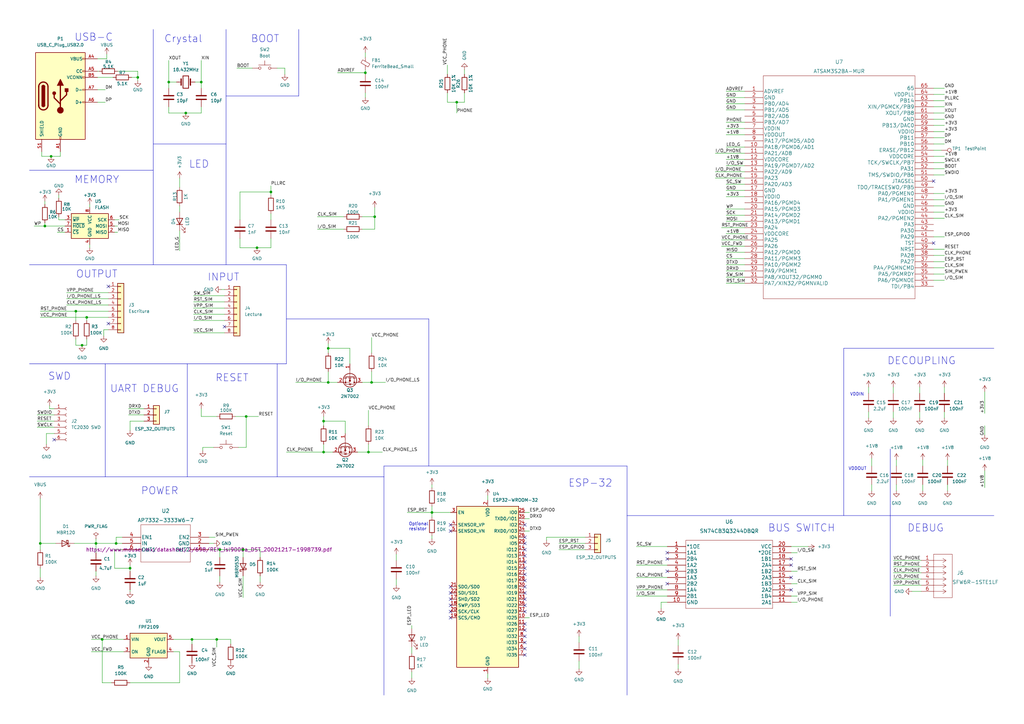
<source format=kicad_sch>
(kicad_sch (version 20230121) (generator eeschema)
  (paper "A3")
  (title_block (date "2022-11-28"))
  (junction (at 20.955 64.135))
  (junction (at 132.715 185.42))
  (junction (at 149.86 29.845))
  (junction (at 69.215 33.655))
  (junction (at 132.715 172.72))
  (junction (at 82.55 33.655))
  (junction (at 56.515 31.75))
  (junction (at 33.655 141.605))
  (junction (at 78.74 262.255))
  (junction (at 153.67 88.9))
  (junction (at 177.165 210.185))
  (junction (at 99.695 225.425))
  (junction (at 47.625 222.885))
  (junction (at 151.13 185.42))
  (junction (at 53.34 233.045))
  (junction (at 16.51 222.885))
  (junction (at 18.415 92.71))
  (junction (at 88.9 262.255))
  (junction (at 31.115 127.635))
  (junction (at 134.62 142.875))
  (junction (at 134.62 156.845))
  (junction (at 187.325 41.91))
  (junction (at 111.125 78.74))
  (junction (at 100.965 170.815))
  (junction (at 41.91 262.255))
  (junction (at 90.17 225.425))
  (junction (at 152.4 156.845))
  (junction (at 76.2 46.355))
  (junction (at 35.56 130.175))
  (junction (at 39.37 222.885))
  (junction (at 105.41 101.6))
  (no_connect (at 215.265 263.525))
  (no_connect (at 22.225 180.34))
  (no_connect (at 273.685 226.695))
  (no_connect (at 273.685 229.235))
  (no_connect (at 273.685 239.395))
  (no_connect (at 273.685 234.315))
  (no_connect (at 324.485 229.235))
  (no_connect (at 324.485 231.775))
  (no_connect (at 324.485 236.855))
  (no_connect (at 324.485 241.935))
  (no_connect (at 92.075 133.985))
  (no_connect (at 215.265 250.825))
  (no_connect (at 215.265 240.665))
  (no_connect (at 215.265 243.205))
  (no_connect (at 215.265 248.285))
  (no_connect (at 215.265 245.745))
  (no_connect (at 215.265 260.985))
  (no_connect (at 215.265 258.445))
  (no_connect (at 215.265 266.065))
  (no_connect (at 215.265 255.905))
  (no_connect (at 215.265 268.605))
  (no_connect (at 184.785 245.745))
  (no_connect (at 184.785 248.285))
  (no_connect (at 184.785 240.665))
  (no_connect (at 184.785 243.205))
  (no_connect (at 184.785 250.825))
  (no_connect (at 184.785 253.365))
  (no_connect (at 215.265 225.425))
  (no_connect (at 215.265 238.125))
  (no_connect (at 215.265 235.585))
  (no_connect (at 215.265 233.045))
  (no_connect (at 215.265 227.965))
  (no_connect (at 215.265 222.885))
  (no_connect (at 215.265 220.345))
  (no_connect (at 215.265 230.505))
  (no_connect (at 215.265 215.265))
  (no_connect (at 44.45 117.475))
  (no_connect (at 44.45 132.715))
  (no_connect (at 382.905 74.295))
  (no_connect (at 382.905 99.695))
  (no_connect (at 184.785 215.265))
  (no_connect (at 184.785 217.805))
  (wire (pts (xy 31.115 127.635) (xy 44.45 127.635)))
  (wire (pts (xy 387.35 64.135) (xy 382.905 64.135)))
  (wire (pts (xy 82.55 46.355) (xy 82.55 43.815)))
  (wire (pts (xy 35.56 141.605) (xy 35.56 139.065)))
  (wire (pts (xy 149.86 40.005) (xy 149.86 38.1)))
  (wire (pts (xy 387.35 84.455) (xy 382.905 84.455)))
  (wire (pts (xy 98.425 78.74) (xy 111.125 78.74)))
  (wire (pts (xy 387.35 36.195) (xy 382.905 36.195)))
  (wire (pts (xy 26.67 90.17) (xy 24.13 90.17)))
  (polyline (pts (xy 12.065 149.225) (xy 117.475 149.225)))
  (wire (pts (xy 177.165 198.755) (xy 177.165 200.025)))
  (wire (pts (xy 98.425 97.79) (xy 98.425 101.6)))
  (polyline (pts (xy 175.895 191.135) (xy 175.895 130.81)))
  (wire (pts (xy 153.67 88.9) (xy 153.67 85.09)))
  (wire (pts (xy 297.815 75.565) (xy 305.435 75.565)))
  (wire (pts (xy 387.35 168.91) (xy 387.35 171.45)))
  (wire (pts (xy 152.4 138.43) (xy 152.4 144.78)))
  (wire (pts (xy 387.35 69.215) (xy 382.905 69.215)))
  (wire (pts (xy 40.005 31.75) (xy 46.355 31.75)))
  (wire (pts (xy 117.475 185.42) (xy 132.715 185.42)))
  (wire (pts (xy 111.125 78.74) (xy 111.125 80.01)))
  (wire (pts (xy 80.01 33.655) (xy 82.55 33.655)))
  (wire (pts (xy 168.91 275.59) (xy 168.91 278.13)))
  (wire (pts (xy 39.37 222.885) (xy 39.37 226.695)))
  (wire (pts (xy 184.785 210.185) (xy 177.165 210.185)))
  (wire (pts (xy 293.37 62.865) (xy 305.435 62.865)))
  (wire (pts (xy 16.51 222.885) (xy 16.51 225.425)))
  (wire (pts (xy 148.59 88.9) (xy 153.67 88.9)))
  (wire (pts (xy 271.145 247.015) (xy 271.145 249.555)))
  (wire (pts (xy 23.495 95.25) (xy 26.67 95.25)))
  (wire (pts (xy 151.13 168.275) (xy 151.13 174.625)))
  (wire (pts (xy 143.51 149.225) (xy 143.51 142.875)))
  (wire (pts (xy 44.45 135.255) (xy 42.545 135.255)))
  (wire (pts (xy 200.025 276.225) (xy 200.025 278.13)))
  (wire (pts (xy 297.815 65.405) (xy 305.435 65.405)))
  (wire (pts (xy 187.325 41.91) (xy 187.325 46.355)))
  (wire (pts (xy 100.965 170.815) (xy 106.045 170.815)))
  (wire (pts (xy 36.83 83.82) (xy 36.83 85.09)))
  (wire (pts (xy 152.4 156.845) (xy 148.59 156.845)))
  (wire (pts (xy 183.515 38.1) (xy 183.515 41.91)))
  (wire (pts (xy 73.66 102.87) (xy 73.66 94.615)))
  (wire (pts (xy 69.215 33.655) (xy 69.215 24.765)))
  (wire (pts (xy 132.715 172.72) (xy 132.715 174.625)))
  (wire (pts (xy 31.115 139.065) (xy 31.115 141.605)))
  (polyline (pts (xy 365.125 252.73) (xy 365.125 184.15)))
  (wire (pts (xy 106.68 238.76) (xy 106.68 236.22)))
  (wire (pts (xy 293.37 70.485) (xy 305.435 70.485)))
  (wire (pts (xy 297.815 95.885) (xy 305.435 95.885)))
  (polyline (pts (xy 122.555 39.37) (xy 122.555 12.065)))
  (wire (pts (xy 217.17 217.805) (xy 215.265 217.805)))
  (wire (pts (xy 27.305 120.015) (xy 44.45 120.015)))
  (polyline (pts (xy 76.835 195.58) (xy 76.835 149.225)))
  (wire (pts (xy 73.66 76.835) (xy 73.66 73.025)))
  (wire (pts (xy 149.86 29.845) (xy 149.86 30.48)))
  (wire (pts (xy 224.155 220.345) (xy 224.155 221.615)))
  (polyline (pts (xy 113.665 195.58) (xy 113.665 149.225)))
  (wire (pts (xy 177.165 207.645) (xy 177.165 210.185)))
  (wire (pts (xy 295.91 93.345) (xy 305.435 93.345)))
  (wire (pts (xy 48.895 90.17) (xy 46.99 90.17)))
  (wire (pts (xy 97.155 27.94) (xy 103.505 27.94)))
  (wire (pts (xy 387.35 56.515) (xy 382.905 56.515)))
  (wire (pts (xy 111.125 97.79) (xy 111.125 101.6)))
  (wire (pts (xy 22.225 177.8) (xy 19.05 177.8)))
  (wire (pts (xy 30.48 222.885) (xy 39.37 222.885)))
  (wire (pts (xy 37.465 267.335) (xy 50.8 267.335)))
  (wire (pts (xy 41.91 262.255) (xy 50.8 262.255)))
  (wire (pts (xy 324.485 224.155) (xy 331.47 224.155)))
  (wire (pts (xy 82.55 33.655) (xy 82.55 36.195)))
  (wire (pts (xy 50.165 220.345) (xy 47.625 220.345)))
  (wire (pts (xy 16.51 130.175) (xy 35.56 130.175)))
  (wire (pts (xy 387.35 51.435) (xy 382.905 51.435)))
  (wire (pts (xy 366.395 168.91) (xy 366.395 171.45)))
  (wire (pts (xy 45.72 280.035) (xy 41.91 280.035)))
  (wire (pts (xy 73.66 86.995) (xy 73.66 84.455)))
  (wire (pts (xy 53.975 31.75) (xy 56.515 31.75)))
  (wire (pts (xy 27.305 125.095) (xy 44.45 125.095)))
  (wire (pts (xy 79.375 131.445) (xy 92.075 131.445)))
  (wire (pts (xy 357.505 198.755) (xy 357.505 201.295)))
  (wire (pts (xy 96.52 170.815) (xy 100.965 170.815)))
  (wire (pts (xy 88.265 220.345) (xy 85.725 220.345)))
  (polyline (pts (xy 157.48 285.115) (xy 157.48 195.58)))
  (wire (pts (xy 388.62 198.755) (xy 388.62 201.295)))
  (polyline (pts (xy 12.065 69.85) (xy 62.865 69.85)))
  (wire (pts (xy 297.815 116.205) (xy 305.435 116.205)))
  (wire (pts (xy 53.34 233.045) (xy 53.34 234.315)))
  (wire (pts (xy 79.375 126.365) (xy 92.075 126.365)))
  (wire (pts (xy 387.35 97.155) (xy 382.905 97.155)))
  (wire (pts (xy 17.145 62.23) (xy 17.145 64.135)))
  (wire (pts (xy 56.515 31.75) (xy 56.515 33.02)))
  (wire (pts (xy 69.215 36.195) (xy 69.215 33.655)))
  (wire (pts (xy 16.51 127.635) (xy 31.115 127.635)))
  (wire (pts (xy 387.35 158.75) (xy 387.35 161.29)))
  (wire (pts (xy 134.62 156.845) (xy 138.43 156.845)))
  (wire (pts (xy 73.66 280.035) (xy 73.66 267.335)))
  (wire (pts (xy 134.62 140.97) (xy 134.62 142.875)))
  (wire (pts (xy 43.815 22.225) (xy 43.815 24.13)))
  (wire (pts (xy 48.26 29.21) (xy 56.515 29.21)))
  (wire (pts (xy 24.13 80.01) (xy 24.13 81.28)))
  (wire (pts (xy 141.605 177.8) (xy 141.605 172.72)))
  (wire (pts (xy 19.05 177.8) (xy 19.05 182.245)))
  (wire (pts (xy 79.375 123.825) (xy 92.075 123.825)))
  (wire (pts (xy 82.55 24.765) (xy 82.55 33.655)))
  (wire (pts (xy 403.86 169.545) (xy 403.86 160.655)))
  (wire (pts (xy 403.86 174.625) (xy 403.86 178.435)))
  (wire (pts (xy 18.415 82.55) (xy 18.415 83.82)))
  (wire (pts (xy 27.305 122.555) (xy 44.45 122.555)))
  (wire (pts (xy 20.32 167.64) (xy 22.225 167.64)))
  (wire (pts (xy 69.215 43.815) (xy 69.215 46.355)))
  (wire (pts (xy 33.655 141.605) (xy 35.56 141.605)))
  (wire (pts (xy 53.34 231.775) (xy 53.34 233.045)))
  (wire (pts (xy 260.985 244.475) (xy 273.685 244.475)))
  (wire (pts (xy 229.235 222.885) (xy 240.03 222.885)))
  (wire (pts (xy 297.815 52.705) (xy 305.435 52.705)))
  (wire (pts (xy 183.515 26.67) (xy 183.515 30.48)))
  (polyline (pts (xy 62.865 108.585) (xy 62.865 12.065)))
  (polyline (pts (xy 117.475 130.81) (xy 175.895 130.81)))
  (wire (pts (xy 88.9 262.255) (xy 94.615 262.255)))
  (wire (pts (xy 387.35 46.355) (xy 382.905 46.355)))
  (wire (pts (xy 90.17 225.425) (xy 90.17 228.6)))
  (wire (pts (xy 141.605 172.72) (xy 132.715 172.72)))
  (wire (pts (xy 377.19 158.75) (xy 377.19 161.29)))
  (wire (pts (xy 297.815 85.725) (xy 305.435 85.725)))
  (wire (pts (xy 387.35 89.535) (xy 382.905 89.535)))
  (polyline (pts (xy 92.71 39.37) (xy 122.555 39.37)))
  (polyline (pts (xy 12.065 195.58) (xy 157.48 195.58)))
  (wire (pts (xy 98.425 90.17) (xy 98.425 78.74)))
  (wire (pts (xy 387.35 59.055) (xy 382.905 59.055)))
  (wire (pts (xy 273.685 247.015) (xy 271.145 247.015)))
  (wire (pts (xy 278.13 262.255) (xy 278.13 264.795)))
  (wire (pts (xy 39.37 222.885) (xy 39.37 220.98)))
  (wire (pts (xy 130.175 93.98) (xy 140.97 93.98)))
  (wire (pts (xy 134.62 152.4) (xy 134.62 156.845)))
  (wire (pts (xy 16.51 233.045) (xy 16.51 236.855)))
  (wire (pts (xy 327.025 244.475) (xy 324.485 244.475)))
  (wire (pts (xy 367.665 188.595) (xy 367.665 191.135)))
  (wire (pts (xy 24.765 62.23) (xy 24.765 64.135)))
  (wire (pts (xy 15.24 172.72) (xy 22.225 172.72)))
  (wire (pts (xy 46.99 225.425) (xy 46.99 233.045)))
  (wire (pts (xy 24.13 90.17) (xy 24.13 88.9)))
  (wire (pts (xy 56.515 29.21) (xy 56.515 31.75)))
  (wire (pts (xy 378.46 198.755) (xy 378.46 201.295)))
  (wire (pts (xy 297.815 78.105) (xy 305.435 78.105)))
  (wire (pts (xy 229.235 225.425) (xy 240.03 225.425)))
  (wire (pts (xy 297.815 106.045) (xy 305.435 106.045)))
  (wire (pts (xy 13.97 92.71) (xy 18.415 92.71)))
  (wire (pts (xy 111.125 101.6) (xy 105.41 101.6)))
  (wire (pts (xy 297.815 40.005) (xy 305.435 40.005)))
  (wire (pts (xy 132.715 182.245) (xy 132.715 185.42)))
  (wire (pts (xy 43.18 41.91) (xy 40.005 41.91)))
  (wire (pts (xy 162.56 237.49) (xy 162.56 240.03)))
  (wire (pts (xy 39.37 222.885) (xy 47.625 222.885)))
  (wire (pts (xy 217.17 212.725) (xy 215.265 212.725)))
  (wire (pts (xy 260.985 231.775) (xy 273.685 231.775)))
  (wire (pts (xy 88.9 170.815) (xy 82.55 170.815)))
  (wire (pts (xy 82.55 170.815) (xy 82.55 167.64)))
  (wire (pts (xy 356.235 158.75) (xy 356.235 161.29)))
  (wire (pts (xy 15.24 175.26) (xy 22.225 175.26)))
  (wire (pts (xy 387.35 41.275) (xy 382.905 41.275)))
  (wire (pts (xy 50.165 225.425) (xy 46.99 225.425)))
  (wire (pts (xy 79.375 136.525) (xy 92.075 136.525)))
  (polyline (pts (xy 346.075 142.875) (xy 407.67 142.875)))
  (wire (pts (xy 366.395 158.75) (xy 366.395 161.29)))
  (wire (pts (xy 99.695 225.425) (xy 99.695 228.6)))
  (wire (pts (xy 78.74 262.255) (xy 78.74 264.16)))
  (wire (pts (xy 79.375 121.285) (xy 92.075 121.285)))
  (polyline (pts (xy 157.48 191.135) (xy 257.175 191.135)))
  (wire (pts (xy 297.815 60.325) (xy 305.435 60.325)))
  (wire (pts (xy 387.35 48.895) (xy 382.905 48.895)))
  (wire (pts (xy 35.56 130.175) (xy 44.45 130.175)))
  (wire (pts (xy 387.35 107.315) (xy 382.905 107.315)))
  (wire (pts (xy 387.35 71.755) (xy 382.905 71.755)))
  (wire (pts (xy 278.13 272.415) (xy 278.13 274.32)))
  (wire (pts (xy 121.285 156.845) (xy 134.62 156.845)))
  (wire (pts (xy 367.665 198.755) (xy 367.665 201.295)))
  (wire (pts (xy 151.13 185.42) (xy 156.845 185.42)))
  (wire (pts (xy 295.91 98.425) (xy 305.435 98.425)))
  (wire (pts (xy 260.985 224.155) (xy 273.685 224.155)))
  (wire (pts (xy 146.685 185.42) (xy 151.13 185.42)))
  (wire (pts (xy 177.165 219.71) (xy 177.165 220.98)))
  (wire (pts (xy 111.125 76.2) (xy 111.125 78.74)))
  (wire (pts (xy 200.025 203.2) (xy 200.025 205.105)))
  (wire (pts (xy 217.17 253.365) (xy 215.265 253.365)))
  (wire (pts (xy 106.68 228.6) (xy 106.68 225.425)))
  (wire (pts (xy 297.815 88.265) (xy 305.435 88.265)))
  (polyline (pts (xy 257.175 285.115) (xy 257.175 191.135)))
  (wire (pts (xy 42.545 135.255) (xy 42.545 137.795)))
  (polyline (pts (xy 62.865 59.055) (xy 92.71 59.055)))
  (wire (pts (xy 366.395 237.49) (xy 377.825 237.49)))
  (wire (pts (xy 374.015 242.57) (xy 377.825 242.57)))
  (wire (pts (xy 356.235 168.91) (xy 356.235 171.45)))
  (wire (pts (xy 47.625 222.885) (xy 50.165 222.885)))
  (wire (pts (xy 31.115 127.635) (xy 31.115 131.445)))
  (wire (pts (xy 297.815 90.805) (xy 305.435 90.805)))
  (wire (pts (xy 387.35 53.975) (xy 382.905 53.975)))
  (wire (pts (xy 387.35 38.735) (xy 382.905 38.735)))
  (wire (pts (xy 377.19 168.91) (xy 377.19 171.45)))
  (wire (pts (xy 177.165 210.185) (xy 177.165 212.09)))
  (wire (pts (xy 24.765 64.135) (xy 20.955 64.135)))
  (wire (pts (xy 47.625 220.345) (xy 47.625 222.885)))
  (wire (pts (xy 297.815 50.165) (xy 305.435 50.165)))
  (wire (pts (xy 387.35 79.375) (xy 382.905 79.375)))
  (wire (pts (xy 99.695 245.11) (xy 99.695 236.22)))
  (polyline (pts (xy 346.075 211.455) (xy 346.075 142.875)))
  (polyline (pts (xy 43.18 195.58) (xy 43.18 149.225)))
  (wire (pts (xy 237.49 271.145) (xy 237.49 274.32)))
  (wire (pts (xy 151.13 182.245) (xy 151.13 185.42)))
  (wire (pts (xy 217.17 210.185) (xy 215.265 210.185)))
  (wire (pts (xy 158.115 156.845) (xy 152.4 156.845)))
  (wire (pts (xy 387.35 43.815) (xy 382.905 43.815)))
  (wire (pts (xy 327.025 226.695) (xy 324.485 226.695)))
  (wire (pts (xy 79.375 128.905) (xy 92.075 128.905)))
  (wire (pts (xy 52.705 167.64) (xy 59.055 167.64)))
  (wire (pts (xy 73.66 267.335) (xy 71.12 267.335)))
  (wire (pts (xy 387.35 86.995) (xy 382.905 86.995)))
  (polyline (pts (xy 12.065 108.585) (xy 117.475 108.585)))
  (wire (pts (xy 366.395 240.03) (xy 377.825 240.03)))
  (wire (pts (xy 116.84 27.94) (xy 116.84 30.48)))
  (wire (pts (xy 130.175 88.9) (xy 140.97 88.9)))
  (wire (pts (xy 17.145 64.135) (xy 20.955 64.135)))
  (wire (pts (xy 87.63 183.515) (xy 83.185 183.515)))
  (wire (pts (xy 366.395 229.87) (xy 377.825 229.87)))
  (wire (pts (xy 153.67 93.98) (xy 153.67 88.9)))
  (wire (pts (xy 260.985 241.935) (xy 273.685 241.935)))
  (wire (pts (xy 297.815 111.125) (xy 305.435 111.125)))
  (wire (pts (xy 132.715 185.42) (xy 136.525 185.42)))
  (wire (pts (xy 297.815 55.245) (xy 305.435 55.245)))
  (wire (pts (xy 85.725 222.885) (xy 87.63 222.885)))
  (wire (pts (xy 36.83 101.6) (xy 36.83 100.33)))
  (wire (pts (xy 111.125 87.63) (xy 111.125 90.17)))
  (wire (pts (xy 327.025 239.395) (xy 324.485 239.395)))
  (wire (pts (xy 69.215 33.655) (xy 72.39 33.655)))
  (wire (pts (xy 297.815 67.945) (xy 305.435 67.945)))
  (wire (pts (xy 48.26 92.71) (xy 46.99 92.71)))
  (wire (pts (xy 76.2 46.355) (xy 82.55 46.355)))
  (wire (pts (xy 366.395 232.41) (xy 377.825 232.41)))
  (wire (pts (xy 98.425 101.6) (xy 105.41 101.6)))
  (wire (pts (xy 37.465 262.255) (xy 41.91 262.255)))
  (wire (pts (xy 152.4 152.4) (xy 152.4 156.845)))
  (wire (pts (xy 149.86 28.575) (xy 149.86 29.845)))
  (wire (pts (xy 327.025 247.015) (xy 324.485 247.015)))
  (wire (pts (xy 148.59 93.98) (xy 153.67 93.98)))
  (wire (pts (xy 387.35 104.775) (xy 382.905 104.775)))
  (wire (pts (xy 162.56 227.33) (xy 162.56 229.87)))
  (polyline (pts (xy 117.475 149.225) (xy 117.475 108.585)))
  (wire (pts (xy 387.35 109.855) (xy 382.905 109.855)))
  (wire (pts (xy 52.705 170.18) (xy 59.055 170.18)))
  (wire (pts (xy 78.74 262.255) (xy 88.9 262.255)))
  (wire (pts (xy 18.415 92.71) (xy 26.67 92.71)))
  (wire (pts (xy 99.695 225.425) (xy 90.17 225.425)))
  (polyline (pts (xy 157.48 195.58) (xy 157.48 191.135)))
  (wire (pts (xy 39.37 236.22) (xy 39.37 234.315)))
  (wire (pts (xy 138.43 29.845) (xy 149.86 29.845)))
  (polyline (pts (xy 92.71 108.585) (xy 92.71 12.065)))
  (wire (pts (xy 297.815 45.085) (xy 305.435 45.085)))
  (wire (pts (xy 18.415 91.44) (xy 18.415 92.71)))
  (polyline (pts (xy 257.175 211.455) (xy 407.67 211.455)))
  (wire (pts (xy 387.35 114.935) (xy 382.905 114.935)))
  (wire (pts (xy 100.965 183.515) (xy 100.965 170.815)))
  (wire (pts (xy 297.815 113.665) (xy 305.435 113.665)))
  (wire (pts (xy 16.51 204.47) (xy 16.51 222.885)))
  (wire (pts (xy 190.5 30.48) (xy 190.5 28.575)))
  (wire (pts (xy 88.9 262.255) (xy 88.9 265.43)))
  (wire (pts (xy 20.32 166.37) (xy 20.32 167.64)))
  (wire (pts (xy 295.91 100.965) (xy 305.435 100.965)))
  (wire (pts (xy 59.055 172.72) (xy 53.34 172.72)))
  (wire (pts (xy 143.51 142.875) (xy 134.62 142.875)))
  (wire (pts (xy 386.08 61.595) (xy 382.905 61.595)))
  (wire (pts (xy 90.805 118.745) (xy 92.075 118.745)))
  (wire (pts (xy 83.185 183.515) (xy 83.185 184.785)))
  (wire (pts (xy 297.815 103.505) (xy 305.435 103.505)))
  (wire (pts (xy 240.03 220.345) (xy 224.155 220.345)))
  (wire (pts (xy 48.26 95.25) (xy 46.99 95.25)))
  (wire (pts (xy 388.62 188.595) (xy 388.62 191.135)))
  (wire (pts (xy 327.025 234.315) (xy 324.485 234.315)))
  (wire (pts (xy 297.815 42.545) (xy 305.435 42.545)))
  (wire (pts (xy 378.46 188.595) (xy 378.46 191.135)))
  (wire (pts (xy 387.35 102.235) (xy 382.905 102.235)))
  (wire (pts (xy 403.86 200.025) (xy 403.86 193.04)))
  (wire (pts (xy 167.005 210.185) (xy 177.165 210.185)))
  (wire (pts (xy 106.68 225.425) (xy 99.695 225.425)))
  (wire (pts (xy 35.56 130.175) (xy 35.56 131.445)))
  (wire (pts (xy 97.79 183.515) (xy 100.965 183.515)))
  (wire (pts (xy 297.815 37.465) (xy 305.435 37.465)))
  (wire (pts (xy 357.505 187.96) (xy 357.505 191.135)))
  (wire (pts (xy 31.115 141.605) (xy 33.655 141.605)))
  (wire (pts (xy 113.665 27.94) (xy 116.84 27.94)))
  (wire (pts (xy 71.12 262.255) (xy 78.74 262.255)))
  (wire (pts (xy 387.35 81.915) (xy 382.905 81.915)))
  (wire (pts (xy 190.5 41.91) (xy 190.5 38.1)))
  (wire (pts (xy 40.005 29.21) (xy 40.64 29.21)))
  (wire (pts (xy 15.24 170.18) (xy 22.225 170.18)))
  (wire (pts (xy 297.815 108.585) (xy 305.435 108.585)))
  (wire (pts (xy 183.515 41.91) (xy 187.325 41.91)))
  (wire (pts (xy 16.51 222.885) (xy 22.86 222.885)))
  (wire (pts (xy 53.34 172.72) (xy 53.34 176.53)))
  (wire (pts (xy 387.35 112.395) (xy 382.905 112.395)))
  (wire (pts (xy 90.17 238.76) (xy 90.17 236.22)))
  (wire (pts (xy 187.325 41.91) (xy 190.5 41.91)))
  (wire (pts (xy 168.91 256.54) (xy 168.91 257.81)))
  (wire (pts (xy 43.18 36.83) (xy 40.005 36.83)))
  (wire (pts (xy 134.62 142.875) (xy 134.62 144.78)))
  (wire (pts (xy 53.34 280.035) (xy 73.66 280.035)))
  (wire (pts (xy 41.91 280.035) (xy 41.91 262.255)))
  (wire (pts (xy 132.715 170.815) (xy 132.715 172.72)))
  (wire (pts (xy 297.815 80.645) (xy 305.435 80.645)))
  (wire (pts (xy 94.615 262.255) (xy 94.615 264.16)))
  (wire (pts (xy 366.395 234.95) (xy 377.825 234.95)))
  (wire (pts (xy 237.49 260.985) (xy 237.49 263.525)))
  (wire (pts (xy 260.985 236.855) (xy 273.685 236.855)))
  (wire (pts (xy 149.86 21.59) (xy 149.86 23.495)))
  (wire (pts (xy 85.725 225.425) (xy 90.17 225.425)))
  (wire (pts (xy 69.215 46.355) (xy 76.2 46.355)))
  (wire (pts (xy 293.37 73.025) (xy 305.435 73.025)))
  (wire (pts (xy 53.34 241.935) (xy 53.34 242.57)))
  (wire (pts (xy 168.91 265.43) (xy 168.91 267.97)))
  (wire (pts (xy 43.815 24.13) (xy 40.005 24.13)))
  (wire (pts (xy 46.99 233.045) (xy 53.34 233.045)))
  (wire (pts (xy 382.905 66.675) (xy 387.35 66.675)))
  (text "OUTPUT\n" (at 31.115 114.3 0) (effects (font (size 3 3)) (justify left bottom)))
  (text "VDDIN" (at 348.615 162.56 0) (effects (font (size 1.27 1.27)) (justify left bottom)))
  (text "DEBUG\n" (at 372.11 218.44 0) (effects (font (size 3 3)) (justify left bottom)))
  (text "VDDOUT\n" (at 347.98 193.04 0) (effects (font (size 1.27 1.27)) (justify left bottom)))
  (text "ESP-32" (at 233.045 200.025 0) (effects (font (size 3 3)) (justify left bottom)))
  (text "MEMORY\n" (at 30.48 75.565 0) (effects (font (size 3 3)) (justify left bottom)))
  (text "POWER\n" (at 57.785 203.2 0) (effects (font (size 3 3)) (justify left bottom)))
  (text "DECOUPLING\n" (at 363.855 149.86 0) (effects (font (size 3 3)) (justify left bottom)))
  (text "BUS SWITCH" (at 314.96 218.44 0) (effects (font (size 3 3)) (justify left bottom)))
  (text "UART DEBUG\n" (at 45.085 161.29 0) (effects (font (size 3 3)) (justify left bottom)))
  (text "INPUT\n" (at 85.09 115.57 0) (effects (font (size 3 3)) (justify left bottom)))
  (text "USB-C\n" (at 30.48 17.145 0) (effects (font (size 3 3)) (justify left bottom)))
  (text "Crystal" (at 67.31 17.78 0) (effects (font (size 3 3)) (justify left bottom)))
  (text "RESET" (at 88.265 156.845 0) (effects (font (size 3 3)) (justify left bottom)))
  (text "BOOT\n" (at 102.87 17.78 0) (effects (font (size 3 3)) (justify left bottom)))
  (text "SWD\n" (at 19.685 156.21 0) (effects (font (size 3 3)) (justify left bottom)))
  (text "LED\n" (at 77.47 69.215 0) (effects (font (size 3 3)) (justify left bottom)))
  (text "Optional\nresistor\n" (at 167.64 217.805 0) (effects (font (size 1.27 1.27)) (justify left bottom)))
  (label "I{slash}O_SIM" (at 260.985 244.475 0))
  (label "+1V8" (at 403.86 200.025 90))
  (label "VPP_PHONE" (at 27.305 120.015 0))
  (label "SW_SIM" (at 79.375 121.285 0))
  (label "PLLRC" (at 387.35 41.275 0))
  (label "I{slash}O_SIM" (at 387.35 81.915 0))
  (label "LED_G" (at 73.66 102.87 90))
  (label "MISO" (at 297.815 103.505 0))
  (label "SWCLK" (at 387.35 66.675 0))
  (label "DP" (at 43.18 41.91 0))
  (label "I{slash}O_PHONE" (at 327.025 247.015 0))
  (label "VPP_SIM" (at 327.025 244.475 0))
  (label "MOSI" (at 48.26 92.71 0))
  (label "ESP_GPIO0" (at 217.17 210.185 0))
  (label "ESP_LED" (at 217.17 253.365 0))
  (label "VCC_PHONE" (at 16.51 130.175 0))
  (label "VCC_SIM" (at 79.375 136.525 0))
  (label "SWDIO" (at 387.35 71.755 0))
  (label "PHONE" (at 297.815 50.165 0))
  (label "DTXD" (at 217.17 217.805 0))
  (label "XIN" (at 387.35 43.815 0))
  (label "RST_SIM" (at 297.815 116.205 0))
  (label "I{slash}O_SIM" (at 130.175 93.98 0))
  (label "RESET" (at 387.35 102.235 0))
  (label "XOUT" (at 69.215 24.765 0))
  (label "SC_SW" (at 297.815 75.565 0))
  (label "PHONE" (at 187.325 46.355 0))
  (label "VPP_SIM" (at 79.375 126.365 0))
  (label "ESP_GPIO0" (at 229.235 225.425 0))
  (label "VCC_PHONE" (at 152.4 138.43 0))
  (label "+3V3" (at 297.815 80.645 0))
  (label "+1V8" (at 297.815 65.405 0))
  (label "VCC_FWD" (at 295.91 100.965 0))
  (label "I{slash}O_PHONE_LS" (at 27.305 122.555 0))
  (label "CLK_PHONE" (at 293.37 73.025 0))
  (label "SCK" (at 48.895 90.17 0))
  (label "BOOT" (at 97.155 27.94 0))
  (label "SW_SIM" (at 297.815 113.665 0))
  (label "WP" (at 13.97 92.71 0))
  (label "+3V3" (at 387.35 51.435 0))
  (label "BOOT" (at 387.35 69.215 0))
  (label "GND" (at 297.815 40.005 0))
  (label "+3V3" (at 387.35 86.995 0))
  (label "CS" (at 297.815 106.045 0))
  (label "VCC_SIM" (at 99.695 245.11 90))
  (label "I{slash}O_PHONE" (at 121.285 156.845 0))
  (label "MISO" (at 48.26 95.25 0))
  (label "VCC_PHONE" (at 295.91 98.425 0))
  (label "+3V3" (at 387.35 53.975 0))
  (label "RST_PHONE" (at 260.985 231.775 0))
  (label "VCC_FWD" (at 37.465 267.335 0))
  (label "LED_G" (at 297.815 60.325 0))
  (label "VCC_PHONE" (at 151.13 168.275 0))
  (label "ADVREF" (at 297.815 37.465 0))
  (label "RESET" (at 106.045 170.815 0))
  (label "I{slash}O_PHONE" (at 293.37 70.485 0))
  (label "VPP_PHONE" (at 366.395 240.03 0))
  (label "ADVREF" (at 138.43 29.845 0))
  (label "GND" (at 297.815 45.085 0))
  (label "DTXD" (at 52.705 170.18 0))
  (label "CLK_SIM" (at 387.35 89.535 0))
  (label "DTXD" (at 297.815 108.585 0))
  (label "DM" (at 43.18 36.83 0))
  (label "ESP_GPIO0" (at 387.35 97.155 0))
  (label "MOSI" (at 297.815 90.805 0))
  (label "GND" (at 387.35 84.455 0))
  (label "ESP_RST" (at 229.235 222.885 0))
  (label "RST_PHONE" (at 16.51 127.635 0))
  (label "GND" (at 297.815 78.105 0))
  (label "CLK_PHONE_LS" (at 156.845 185.42 0))
  (label "I{slash}O_SW" (at 297.815 67.945 0))
  (label "XIN" (at 82.55 24.765 0))
  (label "WP" (at 297.815 85.725 0))
  (label "VCC_PHONE" (at 37.465 262.255 0))
  (label "PLLRC" (at 111.125 76.2 0))
  (label "DP" (at 387.35 56.515 0))
  (label "CLK_SIM" (at 79.375 128.905 0))
  (label "GND" (at 387.35 36.195 0))
  (label "CLK_PHONE" (at 387.35 104.775 0))
  (label "+3V3" (at 387.35 79.375 0))
  (label "SC_SW" (at 260.985 224.155 0))
  (label "DRXD" (at 297.815 111.125 0))
  (label "CLK_PHONE_LS" (at 27.305 125.095 0))
  (label "GND" (at 387.35 48.895 0))
  (label "CLK_SIM" (at 130.175 88.9 0))
  (label "I{slash}O_SIM" (at 387.35 114.935 0))
  (label "I{slash}O_PHONE" (at 366.395 237.49 0))
  (label "+1V8" (at 387.35 64.135 0))
  (label "I{slash}O_PHONE_LS" (at 158.115 156.845 0))
  (label "CLK_PHONE" (at 260.985 236.855 0))
  (label "SWDIO" (at 15.24 170.18 0))
  (label "SIM_PWEN" (at 88.265 220.345 0))
  (label "CLK_SIM" (at 387.35 109.855 0))
  (label "VCC_PHONE" (at 183.515 26.67 90))
  (label "DRXD" (at 52.705 167.64 0))
  (label "+3V3" (at 403.86 169.545 90))
  (label "XOUT" (at 387.35 46.355 0))
  (label "I{slash}O_SW" (at 327.025 226.695 0))
  (label "+3V3" (at 297.815 52.705 0))
  (label "SIM_PWEN" (at 387.35 112.395 0))
  (label "RST_PHONE" (at 295.91 93.345 0))
  (label "ESP_RST" (at 167.005 210.185 0))
  (label "RST_SIM" (at 79.375 123.825 0))
  (label "VCC_PHONE" (at 366.395 229.87 0))
  (label "CLK_PHONE" (at 117.475 185.42 0))
  (label "CS" (at 23.495 95.25 0))
  (label "SWCLK" (at 15.24 175.26 0))
  (label "RESET" (at 15.24 172.72 0))
  (label "VPP_PHONE" (at 260.985 241.935 0))
  (label "I{slash}O_SIM" (at 79.375 131.445 0))
  (label "+1V8" (at 297.815 55.245 0))
  (label "GND" (at 297.815 42.545 0))
  (label "I{slash}O_PHONE" (at 293.37 62.865 0))
  (label "+1V8" (at 297.815 95.885 0))
  (label "ESP_RST" (at 387.35 107.315 0))
  (label "ESP_LED" (at 168.91 256.54 90))
  (label "GND" (at 403.86 174.625 270))
  (label "CLK_PHONE" (at 366.395 234.95 0))
  (label "CLK_SIM" (at 327.025 239.395 0))
  (label "RST_PHONE" (at 366.395 232.41 0))
  (label "RST_SIM" (at 327.025 234.315 0))
  (label "+1V8" (at 387.35 38.735 0))
  (label "SCK" (at 297.815 88.265 0))
  (label "DRXD" (at 217.17 212.725 0))
  (label "DM" (at 387.35 59.055 0))
  (label "VCC_SIM" (at 88.9 265.43 270))
  (symbol (lib_id "Power_Management:FPF2000") (at 60.96 264.795 0) (unit 1)
    (property "Reference" "U1" (at 60.96 254.635 0))
    (property "Value" "FPF2109" (at 60.96 257.175 0))
    (property "Datasheet" "https://www.mouser.mx/datasheet/2/348/bd2202g-e-1874213.pdf" (effects hide))
    (property "Manf#" "BD2206G-TR" (effects hide))
    (property "Proveedor" "MOUSER" (effects hide))
  )
  (symbol (lib_id "power:+3.3V") (at 237.49 260.985 0) (unit 1)
    (property "Reference" "#PWR042" (effects hide))
    (property "Value" "+3.3V" (at 237.49 255.905 0))
  )
  (symbol (lib_id "Diode:MBR0530") (at 26.67 222.885 180) (unit 1)
    (property "Reference" "D1" (at 26.9875 215.9 0))
    (property "Value" "MBR120" (at 26.9875 218.44 0))
    (property "Datasheet" "https://www.mouser.mx/datasheet/2/308/MBR120VLSFT1_D-1810842.pdf" (effects hide))
    (property "Manf#" "NRVB120VLSFT1G" (effects hide))
    (property "Proveedor" "MOUSER" (effects hide))
  )
  (symbol (lib_id "Device:R") (at 183.515 34.29 180) (unit 1)
    (property "Reference" "R25" (at 180.975 34.29 90))
    (property "Value" "10K 1%" (at 186.055 34.29 90))
    (property "Footprint" "Resistor_SMD:R_0603_1608Metric" (effects hide))
    (property "Datasheet" "https://www.mouser.mx/datasheet/2/427/crcwce3-1762584.pdf" (effects hide))
    (property "Manf#" "CRCW060310K0FKEAC" (effects hide))
    (property "Proveedor" "MOUSER" (effects hide))
  )
  (symbol (lib_id "Device:R") (at 16.51 229.235 0) (unit 1)
    (property "Reference" "R1" (at 18.415 227.9649 0) (effects (justify left)))
    (property "Value" "100K" (at 18.415 230.5049 0) (effects (justify left)))
    (property "Footprint" "Resistor_SMD:R_0603_1608Metric" (effects hide))
    (property "Datasheet" "https://www.mouser.mx/datasheet/2/427/crcwce3-1762584.pdf" (effects hide))
    (property "Manf#" "CRCW0603100KFKEAC" (effects hide))
    (property "Proveedor" "MOUSER" (effects hide))
  )
  (symbol (lib_id "Device:C") (at 149.86 34.29 0) (unit 1)
    (property "Reference" "C14" (at 153.67 33.0199 0) (effects (justify left)))
    (property "Value" "100nF" (at 153.67 35.5599 0) (effects (justify left)))
    (property "Footprint" "Capacitor_SMD:C_0603_1608Metric" (effects hide))
    (property "Datasheet" "https://www.mouser.mx/datasheet/2/40/X7RDielectric-777024.pdf" (effects hide))
    (property "Manf#" "06033C104KAT4A" (effects hide))
    (property "Proveedor" "MOUSER" (effects hide))
  )
  (symbol (lib_id "power:GND") (at 278.13 274.32 0) (unit 1)
    (property "Reference" "#PWR046" (effects hide))
    (property "Value" "GND" (at 278.13 279.4 0))
  )
  (symbol (lib_id "Device:R") (at 94.615 267.97 0) (unit 1)
    (property "Reference" "R12" (at 96.52 266.6999 0) (effects (justify left)))
    (property "Value" "100K" (at 96.52 269.2399 0) (effects (justify left)))
    (property "Footprint" "Resistor_SMD:R_0603_1608Metric" (effects hide))
    (property "Datasheet" "https://www.mouser.mx/datasheet/2/427/crcwce3-1762584.pdf" (effects hide))
    (property "Manf#" "CRCW0603100KFKEAC" (effects hide))
    (property "Proveedor" "MOUSER" (effects hide))
  )
  (symbol (lib_id "power:GND") (at 94.615 271.78 0) (unit 1)
    (property "Reference" "#PWR023" (effects hide))
    (property "Value" "GND" (at 94.615 276.225 0))
  )
  (symbol (lib_id "Device:R") (at 144.78 88.9 90) (unit 1)
    (property "Reference" "R20" (at 144.78 84.455 90))
    (property "Value" "100K" (at 144.78 86.995 90))
    (property "Footprint" "Resistor_SMD:R_0603_1608Metric" (effects hide))
    (property "Datasheet" "https://www.mouser.mx/datasheet/2/427/crcwce3-1762584.pdf" (effects hide))
    (property "Manf#" "CRCW0603100KFKEAC" (effects hide))
    (property "Proveedor" "MOUSER" (effects hide))
  )
  (symbol (lib_id "power:+3.3V") (at 20.32 166.37 0) (unit 1)
    (property "Reference" "#PWR07" (effects hide))
    (property "Value" "+3.3V" (at 20.32 160.655 0))
  )
  (symbol (lib_id "AP7332-3333W6-7:AP7332-3333W6-7") (at 111.125 225.425 180) (unit 1)
    (property "Reference" "U2" (at 67.945 209.55 0) (effects (font (size 1.524 1.524))))
    (property "Value" "AP7332-3333W6-7" (at 67.945 213.36 0) (effects (font (size 1.524 1.524))))
    (property "Datasheet" "https://www.mouser.mx/datasheet/2/698/REN_isl9000a_DST_20021217-1998739.pdf" (at 85.725 225.425 0) (effects (font (size 1.524 1.524))))
    (property "Manf#" "ISL9000AIRNNZ" (effects hide))
    (property "Proveedor" "MOUSER" (effects hide))
  )
  (symbol (lib_id "power:+3.3V") (at 356.235 158.75 0) (unit 1)
    (property "Reference" "#PWR049" (effects hide))
    (property "Value" "+3.3V" (at 356.235 153.67 0))
  )
  (symbol (lib_id "Device:R") (at 50.165 31.75 90) (unit 1)
    (property "Reference" "R7" (at 50.165 29.845 90))
    (property "Value" "5.1K" (at 50.165 34.29 90))
    (property "Footprint" "Resistor_SMD:R_0603_1608Metric" (effects hide))
    (property "Datasheet" "https://www.mouser.mx/datasheet/2/427/crcwce3-1762584.pdf" (effects hide))
    (property "Manf#" "CRCW06035K10FKEAC" (effects hide))
    (property "Proveedor" "MOUSER" (effects hide))
  )
  (symbol (lib_id "power:GND") (at 366.395 171.45 0) (unit 1)
    (property "Reference" "#PWR058" (effects hide))
    (property "Value" "GND" (at 366.395 176.53 0))
  )
  (symbol (lib_id "power:+3.3V") (at 132.715 170.815 0) (unit 1)
    (property "Reference" "#PWR068" (effects hide))
    (property "Value" "+3.3V" (at 132.715 167.005 0))
  )
  (symbol (lib_id "Device:C") (at 237.49 267.335 0) (unit 1)
    (property "Reference" "C11" (at 241.3 266.0649 0) (effects (justify left)))
    (property "Value" "100nF" (at 241.3 268.6049 0) (effects (justify left)))
    (property "Footprint" "Capacitor_SMD:C_0603_1608Metric" (effects hide))
    (property "Datasheet" "https://www.mouser.mx/datasheet/2/40/X7RDielectric-777024.pdf" (effects hide))
    (property "Manf#" "06033C104KAT4A" (effects hide))
    (property "Proveedor" "MOUSER" (effects hide))
  )
  (symbol (lib_id "Device:C") (at 278.13 268.605 0) (unit 1)
    (property "Reference" "C12" (at 281.94 267.3349 0) (effects (justify left)))
    (property "Value" "100nF" (at 281.94 269.8749 0) (effects (justify left)))
    (property "Footprint" "Capacitor_SMD:C_0603_1608Metric" (effects hide))
    (property "Datasheet" "https://www.mouser.mx/datasheet/2/40/X7RDielectric-777024.pdf" (effects hide))
    (property "Manf#" "06033C104KAT4A" (effects hide))
    (property "Proveedor" "MOUSER" (effects hide))
  )
  (symbol (lib_id "Device:R") (at 24.13 85.09 0) (unit 1)
    (property "Reference" "R8" (at 26.035 83.82 0) (effects (justify left)))
    (property "Value" "10K" (at 25.4 85.725 0) (effects (justify left)))
    (property "Footprint" "Resistor_SMD:R_0603_1608Metric" (effects hide))
    (property "Datasheet" "https://www.mouser.mx/datasheet/2/427/crcwce3-1762584.pdf" (effects hide))
    (property "Manf#" "CRCW060310K0FKEAC" (effects hide))
    (property "Proveedor" "MOUSER" (effects hide))
  )
  (symbol (lib_id "Device:C") (at 162.56 233.68 0) (unit 1)
    (property "Reference" "C10" (at 166.37 232.4099 0) (effects (justify left)))
    (property "Value" "100nF" (at 166.37 234.9499 0) (effects (justify left)))
    (property "Footprint" "Capacitor_SMD:C_0603_1608Metric" (effects hide))
    (property "Datasheet" "https://www.mouser.mx/datasheet/2/40/X7RDielectric-777024.pdf" (effects hide))
    (property "Manf#" "06033C104KAT4A" (effects hide))
    (property "Proveedor" "MOUSER" (effects hide))
  )
  (symbol (lib_id "Device:C") (at 377.19 165.1 0) (unit 1)
    (property "Reference" "C19" (at 381 165.1 0) (effects (justify left)))
    (property "Value" "100nF" (at 379.095 167.64 0) (effects (justify left)))
    (property "Footprint" "Capacitor_SMD:C_0603_1608Metric" (effects hide))
    (property "Datasheet" "https://www.mouser.mx/datasheet/2/40/X7RDielectric-777024.pdf" (effects hide))
    (property "Manf#" "06033C104KAT4A" (effects hide))
    (property "Proveedor" "MOUSER" (effects hide))
  )
  (symbol (lib_id "power:GND") (at 378.46 201.295 0) (unit 1)
    (property "Reference" "#PWR065" (effects hide))
    (property "Value" "GND" (at 378.46 206.375 0))
  )
  (symbol (lib_id "Transistor_FET:2N7002") (at 143.51 154.305 270) (unit 1)
    (property "Reference" "Q3" (at 143.51 160.02 90))
    (property "Value" "2N7002" (at 143.51 162.56 90))
    (property "Footprint" "Package_TO_SOT_SMD:SOT-23" (effects hide))
    (property "Datasheet" "https://www.onsemi.com/pub/Collateral/NDS7002A-D.PDF" (effects hide))
    (property "Manf#" "2N7002NXAKR" (effects hide))
    (property "Proveedor" "MOUSER" (effects hide))
  )
  (symbol (lib_id "Connector_Generic:Conn_01x03") (at 245.11 222.885 0) (unit 1)
    (property "Reference" "J5" (at 248.285 221.6149 0) (effects (justify left)))
    (property "Value" "ESP_32_OUTPUTS" (at 236.22 228.6 0) (effects (justify left)))
  )
  (symbol (lib_id "power:GND") (at 105.41 101.6 0) (unit 1)
    (property "Reference" "#PWR059" (effects hide))
    (property "Value" "GND" (at 105.41 106.045 0))
  )
  (symbol (lib_id "power:+3.3V") (at 36.83 83.82 0) (unit 1)
    (property "Reference" "#PWR024" (effects hide))
    (property "Value" "+3.3V" (at 36.83 80.01 0))
  )
  (symbol (lib_id "power:+3.3V") (at 149.86 21.59 0) (unit 1)
    (property "Reference" "#PWR072" (effects hide))
    (property "Value" "+3.3V" (at 149.86 15.875 0))
  )
  (symbol (lib_id "Switch:SW_Push") (at 108.585 27.94 0) (unit 1)
    (property "Reference" "SW2" (at 108.585 20.32 0))
    (property "Value" "Boot" (at 108.585 22.86 0))
    (property "Manf#" "TL3342F450QG" (effects hide))
    (property "Proveedor" "LCSC" (effects hide))
  )
  (symbol (lib_id "Device:C") (at 378.46 194.945 0) (unit 1)
    (property "Reference" "C20" (at 382.27 194.945 0) (effects (justify left)))
    (property "Value" "100nF" (at 380.365 197.485 0) (effects (justify left)))
    (property "Footprint" "Capacitor_SMD:C_0603_1608Metric" (effects hide))
    (property "Datasheet" "https://www.mouser.mx/datasheet/2/40/X7RDielectric-777024.pdf" (effects hide))
    (property "Manf#" "06033C104KAT4A" (effects hide))
    (property "Proveedor" "MOUSER" (effects hide))
  )
  (symbol (lib_id "power:+3.3V") (at 73.66 73.025 0) (unit 1)
    (property "Reference" "#PWR022" (effects hide))
    (property "Value" "+3.3V" (at 73.6599 69.215 90) (effects (justify left)))
  )
  (symbol (lib_id "power:GND") (at 36.83 101.6 0) (unit 1)
    (property "Reference" "#PWR041" (effects hide))
    (property "Value" "GND" (at 36.83 106.045 0))
  )
  (symbol (lib_id "Diode:MBR0530") (at 99.695 232.41 90) (unit 1)
    (property "Reference" "D5" (at 102.235 231.4574 90) (effects (justify right)))
    (property "Value" "MBR0530" (at 97.155 227.965 0) (effects (justify right)))
    (property "Datasheet" "https://www.mouser.mx/datasheet/2/308/MBR120VLSFT1_D-1810842.pdf" (effects hide))
    (property "Manf#" "NRVB120VLSFT1G" (effects hide))
    (property "Proveedor" "MOUSER" (effects hide))
  )
  (symbol (lib_id "Connector_Generic:Conn_01x08") (at 49.53 125.095 0) (unit 1)
    (property "Reference" "J3" (at 52.705 125.0949 0) (effects (justify left)))
    (property "Value" "Escritura" (at 52.705 127.6349 0) (effects (justify left)))
    (property "Datasheet" "https://www.mouser.mx/datasheet/2/276/2/0522710869_FFC_FPC_CONNECTORS-2825032.pdf" (effects hide))
    (property "Manf#" "52271-0869" (effects hide))
    (property "Proveedor" "MOUSER" (effects hide))
  )
  (symbol (lib_id "power:GND") (at 149.86 40.005 0) (unit 1)
    (property "Reference" "#PWR073" (effects hide))
    (property "Value" "GND" (at 149.86 44.45 0))
  )
  (symbol (lib_id "power:GND") (at 60.96 272.415 0) (unit 1)
    (property "Reference" "#PWR015" (effects hide))
    (property "Value" "GND" (at 60.96 277.495 0))
  )
  (symbol (lib_id "power:GND") (at 106.68 238.76 0) (unit 1)
    (property "Reference" "#PWR025" (effects hide))
    (property "Value" "GND" (at 106.68 243.84 0))
  )
  (symbol (lib_id "power:+3.3V") (at 18.415 82.55 0) (unit 1)
    (property "Reference" "#PWR014" (effects hide))
    (property "Value" "+3.3V" (at 18.415 78.74 0))
  )
  (symbol (lib_id "power:GND") (at 168.91 278.13 0) (unit 1)
    (property "Reference" "#PWR035" (effects hide))
    (property "Value" "GND" (at 168.91 283.21 0))
  )
  (symbol (lib_id "Device:R") (at 92.71 170.815 90) (unit 1)
    (property "Reference" "R9" (at 92.71 166.37 90))
    (property "Value" "100K" (at 92.71 168.275 90))
    (property "Footprint" "Resistor_SMD:R_0603_1608Metric" (effects hide))
    (property "Datasheet" "https://www.mouser.mx/datasheet/2/427/crcwce3-1762584.pdf" (effects hide))
    (property "Manf#" "CRCW0603100KFKEAC" (effects hide))
    (property "Proveedor" "MOUSER" (effects hide))
  )
  (symbol (lib_id "Device:R") (at 132.715 178.435 0) (unit 1)
    (property "Reference" "R11" (at 134.62 177.1649 0) (effects (justify left)))
    (property "Value" "10K" (at 134.62 179.7049 0) (effects (justify left)))
    (property "Footprint" "Resistor_SMD:R_0603_1608Metric" (effects hide))
    (property "Datasheet" "https://www.mouser.mx/datasheet/2/427/crcwce3-1762584.pdf" (effects hide))
    (property "Manf#" "CRCW060310K0FKEAC" (effects hide))
    (property "Proveedor" "MOUSER" (effects hide))
  )
  (symbol (lib_id "Connector:TestPoint") (at 386.08 61.595 270) (unit 1)
    (property "Reference" "TP1" (at 390.525 60.96 90) (effects (justify left)))
    (property "Value" "TestPoint" (at 395.605 60.96 90) (effects (justify left)))
  )
  (symbol (lib_id "power:GND") (at 19.05 182.245 0) (unit 1)
    (property "Reference" "#PWR06" (effects hide))
    (property "Value" "GND" (at 19.05 187.325 0))
  )
  (symbol (lib_id "Device:R") (at 44.45 29.21 90) (unit 1)
    (property "Reference" "R4" (at 44.45 25.4 90))
    (property "Value" "5.1K" (at 44.45 27.305 90))
    (property "Footprint" "Resistor_SMD:R_0603_1608Metric" (effects hide))
    (property "Datasheet" "https://www.mouser.mx/datasheet/2/427/crcwce3-1762584.pdf" (effects hide))
    (property "Manf#" "CRCW06035K10FKEAC" (effects hide))
    (property "Proveedor" "MOUSER" (effects hide))
  )
  (symbol (lib_id "power:+3.3V") (at 278.13 262.255 0) (unit 1)
    (property "Reference" "#PWR045" (effects hide))
    (property "Value" "+3.3V" (at 278.13 256.54 0))
  )
  (symbol (lib_id "Device:C") (at 388.62 194.945 0) (unit 1)
    (property "Reference" "C22" (at 392.43 194.945 0) (effects (justify left)))
    (property "Value" "100nF" (at 390.525 197.485 0) (effects (justify left)))
    (property "Footprint" "Capacitor_SMD:C_0603_1608Metric" (effects hide))
    (property "Datasheet" "https://www.mouser.mx/datasheet/2/40/X7RDielectric-777024.pdf" (effects hide))
    (property "Manf#" "06033C104KAT4A" (effects hide))
    (property "Proveedor" "MOUSER" (effects hide))
  )
  (symbol (lib_id "Connector_Generic:Conn_01x08") (at 97.155 126.365 0) (unit 1)
    (property "Reference" "J4" (at 100.33 126.3649 0) (effects (justify left)))
    (property "Value" "Lectura" (at 100.33 128.9049 0) (effects (justify left)))
    (property "Datasheet" "https://www.mouser.mx/datasheet/2/276/2/0522710869_FFC_FPC_CONNECTORS-2825032.pdf" (effects hide))
    (property "Manf#" "52271-0869" (effects hide))
    (property "Proveedor" "MOUSER" (effects hide))
  )
  (symbol (lib_id "power:GND") (at 387.35 171.45 0) (unit 1)
    (property "Reference" "#PWR067" (effects hide))
    (property "Value" "GND" (at 387.35 176.53 0))
  )
  (symbol (lib_id "power:GND") (at 56.515 33.02 0) (unit 1)
    (property "Reference" "#PWR016" (effects hide))
    (property "Value" "GND" (at 56.515 36.83 0))
  )
  (symbol (lib_id "Device:R") (at 144.78 93.98 90) (unit 1)
    (property "Reference" "R21" (at 144.78 91.44 90))
    (property "Value" "100K" (at 144.78 97.155 90))
    (property "Footprint" "Resistor_SMD:R_0603_1608Metric" (effects hide))
    (property "Datasheet" "https://www.mouser.mx/datasheet/2/427/crcwce3-1762584.pdf" (effects hide))
    (property "Manf#" "CRCW0603100KFKEAC" (effects hide))
    (property "Proveedor" "MOUSER" (effects hide))
  )
  (symbol (lib_id "power:+3.3V") (at 331.47 224.155 270) (unit 1)
    (property "Reference" "#PWR048" (effects hide))
    (property "Value" "+3.3V" (at 335.28 224.1549 90) (effects (justify left)))
  )
  (symbol (lib_id "power:GND") (at 16.51 236.855 0) (unit 1)
    (property "Reference" "#PWR02" (effects hide))
    (property "Value" "GND" (at 16.51 241.3 0))
  )
  (symbol (lib_id "power:+1V8") (at 357.505 187.96 0) (unit 1)
    (property "Reference" "#PWR076" (effects hide))
    (property "Value" "+1V8" (at 357.505 182.88 0))
  )
  (symbol (lib_id "power:GND") (at 162.56 240.03 0) (unit 1)
    (property "Reference" "#PWR034" (effects hide))
    (property "Value" "GND" (at 162.56 245.11 0))
  )
  (symbol (lib_id "Device:R") (at 177.165 215.9 0) (unit 1)
    (property "Reference" "R19" (at 179.07 214.6299 0) (effects (justify left)))
    (property "Value" "10K" (at 179.07 217.1699 0) (effects (justify left)))
    (property "Footprint" "Resistor_SMD:R_0603_1608Metric" (effects hide))
    (property "Datasheet" "https://www.mouser.mx/datasheet/2/427/crcwce3-1762584.pdf" (effects hide))
    (property "Manf#" "CRCW060310K0FKEAC" (effects hide))
    (property "Proveedor" "MOUSER" (effects hide))
  )
  (symbol (lib_id "power:+3.3V") (at 403.86 160.655 0) (unit 1)
    (property "Reference" "#PWR080" (effects hide))
    (property "Value" "+3.3V" (at 403.86 155.575 0))
  )
  (symbol (lib_id "SFW6R-1STE1LF:SFW6R-1STE1LF") (at 377.825 229.87 0) (unit 1)
    (property "Reference" "J6" (at 392.43 234.95 0) (effects (font (size 1.524 1.524)) (justify left)))
    (property "Value" "SFW6R-1STE1LF" (at 390.525 238.76 0) (effects (font (size 1.524 1.524)) (justify left)))
  )
  (symbol (lib_id "Device:C") (at 39.37 230.505 0) (unit 1)
    (property "Reference" "C1" (at 42.545 229.2349 0) (effects (justify left)))
    (property "Value" "4.7uF" (at 40.64 233.045 0) (effects (justify left)))
    (property "Footprint" "Capacitor_SMD:C_0603_1608Metric" (effects hide))
    (property "Datasheet" "https://www.mouser.mx/datasheet/2/585/MLCC-1837944.pdf" (effects hide))
    (property "Manf#" "CL10A475KA8NQNC" (effects hide))
    (property "Proveedor" "MOUSER" (effects hide))
  )
  (symbol (lib_id "power:GND") (at 76.2 46.355 0) (unit 1)
    (property "Reference" "#PWR054" (effects hide))
    (property "Value" "GND" (at 76.2 50.8 0))
  )
  (symbol (lib_id "power:+3.3V") (at 82.55 167.64 0) (unit 1)
    (property "Reference" "#PWR055" (effects hide))
    (property "Value" "+3.3V" (at 82.55 161.925 0))
  )
  (symbol (lib_id "Connector:USB_C_Plug_USB2.0") (at 24.765 39.37 0) (unit 1)
    (property "Reference" "P1" (at 24.765 15.875 0))
    (property "Value" "USB_C_Plug_USB2.0" (at 24.765 18.415 0))
    (property "Datasheet" "https://www.usb.org/sites/default/files/documents/usb_type-c.zip" (effects hide))
    (property "LCSC#" "C2987386" (effects hide))
    (property "Manf#" "TYPE-C-31-M-31" (effects hide))
    (property "Proveedor" "LCSC" (effects hide))
  )
  (symbol (lib_id "power:+1V8") (at 388.62 188.595 0) (unit 1)
    (property "Reference" "#PWR079" (effects hide))
    (property "Value" "+1V8" (at 388.62 183.515 0))
  )
  (symbol (lib_id "power:GND") (at 177.165 220.98 0) (unit 1)
    (property "Reference" "#PWR037" (effects hide))
    (property "Value" "GND" (at 177.165 226.06 0))
  )
  (symbol (lib_id "Device:R") (at 190.5 34.29 180) (unit 1)
    (property "Reference" "R26" (at 187.96 34.29 90))
    (property "Value" "10K 1%" (at 193.04 34.29 90))
    (property "Footprint" "Resistor_SMD:R_0603_1608Metric" (effects hide))
    (property "Datasheet" "https://www.mouser.mx/datasheet/2/427/crcwce3-1762584.pdf" (effects hide))
    (property "Manf#" "CRCW060310K0FKEAC" (effects hide))
    (property "Proveedor" "MOUSER" (effects hide))
  )
  (symbol (lib_id "power:+1V8") (at 403.86 193.04 0) (unit 1)
    (property "Reference" "#PWR082" (effects hide))
    (property "Value" "+1V8" (at 403.86 187.96 0))
  )
  (symbol (lib_id "Device:R") (at 35.56 135.255 0) (unit 1)
    (property "Reference" "R3" (at 37.465 133.985 0) (effects (justify left)))
    (property "Value" "100K" (at 36.83 136.525 0) (effects (justify left)))
    (property "Footprint" "Resistor_SMD:R_0603_1608Metric" (effects hide))
    (property "Datasheet" "https://www.mouser.mx/datasheet/2/427/crcwce3-1762584.pdf" (effects hide))
    (property "Manf#" "CRCW0603100KFKEAC" (effects hide))
    (property "Proveedor" "MOUSER" (effects hide))
  )
  (symbol (lib_id "power:GND") (at 20.955 64.135 0) (unit 1)
    (property "Reference" "#PWR05" (effects hide))
    (property "Value" "GND" (at 20.955 67.945 0))
  )
  (symbol (lib_id "power:GND") (at 90.17 238.76 0) (unit 1)
    (property "Reference" "#PWR020" (effects hide))
    (property "Value" "GND" (at 90.17 243.84 0))
  )
  (symbol (lib_id "Device:R") (at 151.13 178.435 0) (unit 1)
    (property "Reference" "R23" (at 153.67 177.1649 0) (effects (justify left)))
    (property "Value" "10K" (at 153.67 179.7049 0) (effects (justify left)))
    (property "Footprint" "Resistor_SMD:R_0603_1608Metric" (effects hide))
    (property "Datasheet" "https://www.mouser.mx/datasheet/2/427/crcwce3-1762584.pdf" (effects hide))
    (property "Manf#" "CRCW060310K0FKEAC" (effects hide))
    (property "Proveedor" "MOUSER" (effects hide))
  )
  (symbol (lib_id "Device:R") (at 134.62 148.59 0) (unit 1)
    (property "Reference" "R22" (at 137.16 147.3199 0) (effects (justify left)))
    (property "Value" "10K" (at 137.16 149.8599 0) (effects (justify left)))
    (property "Footprint" "Resistor_SMD:R_0603_1608Metric" (effects hide))
    (property "Datasheet" "https://www.mouser.mx/datasheet/2/427/crcwce3-1762584.pdf" (effects hide))
    (property "Manf#" "CRCW060310K0FKEAC" (effects hide))
    (property "Proveedor" "MOUSER" (effects hide))
  )
  (symbol (lib_id "power:GND") (at 224.155 221.615 0) (unit 1)
    (property "Reference" "#PWR040" (effects hide))
    (property "Value" "GND" (at 224.155 226.695 0))
  )
  (symbol (lib_id "Transistor_FET:2N7002") (at 141.605 182.88 270) (unit 1)
    (property "Reference" "Q2" (at 141.605 188.595 90))
    (property "Value" "2N7002" (at 141.605 191.135 90))
    (property "Footprint" "Package_TO_SOT_SMD:SOT-23" (effects hide))
    (property "Datasheet" "https://www.onsemi.com/pub/Collateral/NDS7002A-D.PDF" (effects hide))
    (property "Manf#" "2N7002NXAKR" (effects hide))
    (property "Proveedor" "MOUSER" (effects hide))
  )
  (symbol (lib_id "Device:C") (at 90.17 232.41 0) (unit 1)
    (property "Reference" "C5" (at 84.455 231.14 0) (effects (justify left)))
    (property "Value" "1uF" (at 83.82 233.68 0) (effects (justify left)))
    (property "Footprint" "Capacitor_SMD:C_0603_1608Metric" (effects hide))
    (property "Datasheet" "https://www.mouser.mx/datasheet/2/585/MLCC-1837944.pdf" (effects hide))
    (property "Manf#" "CL10A105KA8NNNC" (effects hide))
    (property "Proveedor" "MOUSER" (effects hide))
  )
  (symbol (lib_id "power:+3.3V") (at 366.395 158.75 0) (unit 1)
    (property "Reference" "#PWR057" (effects hide))
    (property "Value" "+3.3V" (at 366.395 153.67 0))
  )
  (symbol (lib_id "Device:R") (at 49.53 280.035 90) (unit 1)
    (property "Reference" "R5" (at 49.53 273.685 90))
    (property "Value" "100K" (at 49.53 276.225 90))
    (property "Footprint" "Resistor_SMD:R_0603_1608Metric" (effects hide))
    (property "Datasheet" "https://www.mouser.mx/datasheet/2/427/crcwce3-1762584.pdf" (effects hide))
    (property "Manf#" "CRCW0603100KFKEAC" (effects hide))
    (property "Proveedor" "MOUSER" (effects hide))
  )
  (symbol (lib_id "Switch:SW_Push") (at 92.71 183.515 0) (unit 1)
    (property "Reference" "SW1" (at 92.71 175.26 0))
    (property "Value" "Reset" (at 92.71 177.8 0))
    (property "Manf#" "TL3342F450QG" (effects hide))
    (property "Proveedor" "LCSC" (effects hide))
  )
  (symbol (lib_id "power:VBUS") (at 43.815 22.225 0) (unit 1)
    (property "Reference" "#PWR047" (effects hide))
    (property "Value" "VBUS" (at 43.815 18.415 0))
  )
  (symbol (lib_id "power:GND") (at 388.62 201.295 0) (unit 1)
    (property "Reference" "#PWR069" (effects hide))
    (property "Value" "GND" (at 388.62 206.375 0))
  )
  (symbol (lib_id "power:VBUS") (at 16.51 204.47 0) (unit 1)
    (property "Reference" "#PWR01" (effects hide))
    (property "Value" "VBUS" (at 16.51 198.755 0))
  )
  (symbol (lib_id "power:GND") (at 33.655 141.605 0) (unit 1)
    (property "Reference" "#PWR09" (effects hide))
    (property "Value" "GND" (at 33.655 146.685 0))
  )
  (symbol (lib_id "Device:LED") (at 73.66 90.805 90) (unit 1)
    (property "Reference" "D4" (at 71.12 90.805 0))
    (property "Value" "LED" (at 76.835 90.805 0))
    (property "Footprint" "LED_SMD:LED_0805_2012Metric" (effects hide))
    (property "Datasheet" "https://www.mouser.mx/datasheet/2/445/150080GS75000-1715657.pdf" (effects hide))
    (property "Manf#" "150080GS75000" (effects hide))
    (property "Proveedor" "MOUSER" (effects hide))
  )
  (symbol (lib_id "Device:R") (at 31.115 135.255 0) (unit 1)
    (property "Reference" "R2" (at 26.67 133.985 0) (effects (justify left)))
    (property "Value" "100K" (at 24.765 136.525 0) (effects (justify left)))
    (property "Footprint" "Resistor_SMD:R_0603_1608Metric" (effects hide))
    (property "Datasheet" "https://www.mouser.mx/datasheet/2/427/crcwce3-1762584.pdf" (effects hide))
    (property "Manf#" "CRCW0603100KFKEAC" (effects hide))
    (property "Proveedor" "MOUSER" (effects hide))
  )
  (symbol (lib_id "power:GND") (at 356.235 171.45 0) (unit 1)
    (property "Reference" "#PWR050" (effects hide))
    (property "Value" "GND" (at 356.235 176.53 0))
  )
  (symbol (lib_id "power:GND") (at 367.665 201.295 0) (unit 1)
    (property "Reference" "#PWR060" (effects hide))
    (property "Value" "GND" (at 367.665 206.375 0))
  )
  (symbol (lib_id "Device:C") (at 111.125 93.98 0) (unit 1)
    (property "Reference" "C13" (at 114.3 92.7099 0) (effects (justify left)))
    (property "Value" "10nF" (at 114.3 95.2499 0) (effects (justify left)))
    (property "Footprint" "Capacitor_SMD:C_0603_1608Metric" (effects hide))
    (property "Datasheet" "https://www.mouser.mx/datasheet/2/40/X7RDielectric-777024.pdf" (effects hide))
    (property "Manf#" "06035C103JAT2A" (effects hide))
    (property "Proveedor" "MOUSER" (effects hide))
  )
  (symbol (lib_id "Device:R") (at 152.4 148.59 0) (unit 1)
    (property "Reference" "R24" (at 154.94 147.3199 0) (effects (justify left)))
    (property "Value" "10K" (at 154.94 149.8599 0) (effects (justify left)))
    (property "Footprint" "Resistor_SMD:R_0603_1608Metric" (effects hide))
    (property "Datasheet" "https://www.mouser.mx/datasheet/2/427/crcwce3-1762584.pdf" (effects hide))
    (property "Manf#" "CRCW060310K0FKEAC" (effects hide))
    (property "Proveedor" "MOUSER" (effects hide))
  )
  (symbol (lib_id "Device:R") (at 177.165 203.835 0) (unit 1)
    (property "Reference" "R18" (at 179.07 202.5649 0) (effects (justify left)))
    (property "Value" "10K" (at 179.07 205.1049 0) (effects (justify left)))
    (property "Footprint" "Resistor_SMD:R_0603_1608Metric" (effects hide))
    (property "Datasheet" "https://www.mouser.mx/datasheet/2/427/crcwce3-1762584.pdf" (effects hide))
    (property "Manf#" "CRCW060310K0FKEAC" (effects hide))
    (property "Proveedor" "MOUSER" (effects hide))
  )
  (symbol (lib_id "Device:R") (at 106.68 232.41 0) (unit 1)
    (property "Reference" "R14" (at 109.22 231.1399 0) (effects (justify left)))
    (property "Value" "100K" (at 109.22 233.6799 0) (effects (justify left)))
    (property "Footprint" "Resistor_SMD:R_0603_1608Metric" (effects hide))
    (property "Datasheet" "https://www.mouser.mx/datasheet/2/427/crcwce3-1762584.pdf" (effects hide))
    (property "Manf#" "CRCW0603100KFKEAC" (effects hide))
    (property "Proveedor" "MOUSER" (effects hide))
  )
  (symbol (lib_id "Device:R") (at 111.125 83.82 0) (unit 1)
    (property "Reference" "R10" (at 113.03 82.5499 0) (effects (justify left)))
    (property "Value" "1K5" (at 113.03 85.0899 0) (effects (justify left)))
    (property "Footprint" "Resistor_SMD:R_0603_1608Metric" (effects hide))
    (property "Datasheet" "https://www.mouser.mx/datasheet/2/427/crcwce3-1762584.pdf" (effects hide))
    (property "Manf#" "CRCW06031K50FKEAC" (effects hide))
    (property "Proveedor" "MOUSER" (effects hide))
  )
  (symbol (lib_id "power:GND") (at 403.86 178.435 0) (unit 1)
    (property "Reference" "#PWR081" (effects hide))
    (property "Value" "GND" (at 403.86 183.515 0))
  )
  (symbol (lib_id "Device:C") (at 387.35 165.1 0) (unit 1)
    (property "Reference" "C21" (at 391.16 165.1 0) (effects (justify left)))
    (property "Value" "100nF" (at 389.255 167.64 0) (effects (justify left)))
    (property "Footprint" "Capacitor_SMD:C_0603_1608Metric" (effects hide))
    (property "Datasheet" "https://www.mouser.mx/datasheet/2/40/X7RDielectric-777024.pdf" (effects hide))
    (property "Manf#" "06033C104KAT4A" (effects hide))
    (property "Proveedor" "MOUSER" (effects hide))
  )
  (symbol (lib_id "Device:C") (at 367.665 194.945 0) (unit 1)
    (property "Reference" "C18" (at 370.84 194.945 0) (effects (justify left)))
    (property "Value" "100nF" (at 369.57 197.485 0) (effects (justify left)))
    (property "Footprint" "Capacitor_SMD:C_0603_1608Metric" (effects hide))
    (property "Datasheet" "https://www.mouser.mx/datasheet/2/40/X7RDielectric-777024.pdf" (effects hide))
    (property "Manf#" "06033C104KAT4A" (effects hide))
    (property "Proveedor" "MOUSER" (effects hide))
  )
  (symbol (lib_id "SN74CB3Q3244:SN74CB3Q3244DBQR") (at 263.525 224.155 0) (unit 1)
    (property "Reference" "U6" (at 299.085 213.995 0) (effects (font (size 1.524 1.524))))
    (property "Value" "SN74CB3Q3244DBQR" (at 299.085 217.805 0) (effects (font (size 1.524 1.524))))
    (property "Datasheet" "https://www.ti.com/lit/ds/symlink/sn74cb3q3244.pdf?HQS=dis-mous-null-mousermode-dsf-pf-null-wwe&ts=1674513957653&ref_url=https%253A%252F%252Fwww.mouser.mx%252F" (effects hide))
    (property "Manf#" "SN74CB3Q3244DBQR" (effects hide))
    (property "Proveedor" "MOUSER" (effects hide))
  )
  (symbol (lib_id "Device:C") (at 53.34 238.125 0) (unit 1)
    (property "Reference" "C2" (at 56.515 236.8549 0) (effects (justify left)))
    (property "Value" "1uF" (at 56.515 239.3949 0) (effects (justify left)))
    (property "Footprint" "Capacitor_SMD:C_0603_1608Metric" (effects hide))
    (property "Datasheet" "https://www.mouser.mx/datasheet/2/585/MLCC-1837944.pdf" (effects hide))
    (property "Manf#" "CL10A105KA8NNNC" (effects hide))
    (property "Proveedor" "MOUSER" (effects hide))
  )
  (symbol (lib_id "power:+3.3V") (at 162.56 227.33 0) (unit 1)
    (property "Reference" "#PWR033" (effects hide))
    (property "Value" "+3.3V" (at 162.56 222.25 0))
  )
  (symbol (lib_id "power:GND") (at 374.015 242.57 270) (unit 1)
    (property "Reference" "#PWR053" (effects hide))
    (property "Value" "GND" (at 370.84 242.5699 90) (effects (justify right)))
  )
  (symbol (lib_id "power:GND") (at 237.49 274.32 0) (unit 1)
    (property "Reference" "#PWR043" (effects hide))
    (property "Value" "GND" (at 237.49 278.765 0))
  )
  (symbol (lib_id "power:GND") (at 53.34 176.53 0) (unit 1)
    (property "Reference" "#PWR051" (effects hide))
    (property "Value" "GND" (at 53.34 181.61 0))
  )
  (symbol (lib_id "power:+1V8") (at 367.665 188.595 0) (unit 1)
    (property "Reference" "#PWR077" (effects hide))
    (property "Value" "+1V8" (at 367.665 183.515 0))
  )
  (symbol (lib_id "power:GND") (at 271.145 249.555 0) (unit 1)
    (property "Reference" "#PWR044" (effects hide))
    (property "Value" "GND" (at 271.145 254 0))
  )
  (symbol (lib_id "power:+1V8") (at 378.46 188.595 0) (unit 1)
    (property "Reference" "#PWR078" (effects hide))
    (property "Value" "+1V8" (at 378.46 183.515 0))
  )
  (symbol (lib_id "power:GND") (at 377.19 171.45 0) (unit 1)
    (property "Reference" "#PWR063" (effects hide))
    (property "Value" "GND" (at 377.19 176.53 0))
  )
  (symbol (lib_id "power:GND") (at 357.505 201.295 0) (unit 1)
    (property "Reference" "#PWR052" (effects hide))
    (property "Value" "GND" (at 357.505 206.375 0))
  )
  (symbol (lib_id "power:+3.3V") (at 134.62 140.97 0) (unit 1)
    (property "Reference" "#PWR071" (effects hide))
    (property "Value" "+3.3V" (at 134.62 137.16 0))
  )
  (symbol (lib_id "Device:Crystal") (at 76.2 33.655 0) (unit 1)
    (property "Reference" "Y1" (at 76.2 26.035 0))
    (property "Value" "18.432MHz" (at 76.2 28.575 0))
    (property "Datasheet" "https://www.mouser.mx/datasheet/2/122/ecx_53r-1775695.pdf" (effects hide))
    (property "Manf#" "ECS-184-18-30-JGN-TR" (effects hide))
    (property "Proveedor" "MOUSER" (effects hide))
  )
  (symbol (lib_id "Device:FerriteBead_Small") (at 149.86 26.035 0) (unit 1)
    (property "Reference" "FB1" (at 152.4 24.7268 0) (effects (justify left)))
    (property "Value" "FerriteBead_Small" (at 152.4 27.2668 0) (effects (justify left)))
    (property "Footprint" "Fuse:Fuse_0805_2012Metric" (effects hide))
    (property "Datasheet" "https://www.mouser.mx/datasheet/2/987/li0805h121r_10_datasheet-2946977.pdf" (effects hide))
    (property "Manf#" "LI0805H121R-10" (effects hide))
    (property "Proveedor" "MOUSER" (effects hide))
  )
  (symbol (lib_id "power:GND") (at 83.185 184.785 0) (unit 1)
    (property "Reference" "#PWR056" (effects hide))
    (property "Value" "GND" (at 83.185 189.23 0))
  )
  (symbol (lib_id "Device:R") (at 73.66 80.645 180) (unit 1)
    (property "Reference" "R13" (at 71.755 80.645 90))
    (property "Value" "1K" (at 76.2 80.645 90))
    (property "Footprint" "Resistor_SMD:R_0603_1608Metric" (effects hide))
    (property "Datasheet" "https://www.mouser.mx/datasheet/2/427/crcwce3-1762584.pdf" (effects hide))
    (property "Manf#" "CRCW06031K00FKEAC" (effects hide))
    (property "Proveedor" "MOUSER" (effects hide))
  )
  (symbol (lib_id "Device:C") (at 356.235 165.1 0) (unit 1)
    (property "Reference" "C15" (at 359.41 165.1 0) (effects (justify left)))
    (property "Value" "2.2uF" (at 358.14 167.64 0) (effects (justify left)))
    (property "Footprint" "simtrace:LWK107BJ225MV-T" (effects hide))
    (property "Datasheet" "https://www.mouser.mx/datasheet/2/396/mlcc01_e-1313713.pdf" (effects hide))
    (property "Manf#" "LWK107BJ225MV-T" (effects hide))
    (property "Proveedor" "MOUSER0," (effects hide))
  )
  (symbol (lib_id "power:GND") (at 39.37 236.22 0) (unit 1)
    (property "Reference" "#PWR010" (effects hide))
    (property "Value" "GND" (at 39.37 241.3 0))
  )
  (symbol (lib_id "power:+3.3V") (at 377.19 158.75 0) (unit 1)
    (property "Reference" "#PWR062" (effects hide))
    (property "Value" "+3.3V" (at 377.19 153.67 0))
  )
  (symbol (lib_id "power:GND") (at 53.34 242.57 0) (unit 1)
    (property "Reference" "#PWR013" (effects hide))
    (property "Value" "GND" (at 53.34 247.015 0))
  )
  (symbol (lib_id "power:+3.3V") (at 53.34 231.775 0) (unit 1)
    (property "Reference" "#PWR012" (effects hide))
    (property "Value" "+3.3V" (at 53.34 227.965 0))
  )
  (symbol (lib_id "power:GND") (at 90.805 118.745 270) (unit 1)
    (property "Reference" "#PWR021" (effects hide))
    (property "Value" "GND" (at 87.63 118.745 90) (effects (justify right)))
  )
  (symbol (lib_id "Device:R") (at 168.91 271.78 0) (unit 1)
    (property "Reference" "R17" (at 170.815 270.5099 0) (effects (justify left)))
    (property "Value" "1K" (at 170.815 273.0499 0) (effects (justify left)))
    (property "Footprint" "Resistor_SMD:R_0603_1608Metric" (effects hide))
    (property "Datasheet" "https://www.mouser.mx/datasheet/2/427/crcwce3-1762584.pdf" (effects hide))
    (property "Manf#" "CRCW06031K00FKEAC" (effects hide))
    (property "Proveedor" "MOUSER" (effects hide))
  )
  (symbol (lib_id "Device:C") (at 69.215 40.005 0) (unit 1)
    (property "Reference" "C3" (at 72.39 38.7349 0) (effects (justify left)))
    (property "Value" "10pF" (at 72.39 41.2749 0) (effects (justify left)))
    (property "Footprint" "Capacitor_SMD:C_0603_1608Metric" (effects hide))
    (property "Datasheet" "https://www.mouser.mx/datasheet/2/40/C0GNP0_Dielectric-951274.pdf" (effects hide))
    (property "Manf#" "06035A100JAT2A" (effects hide))
    (property "Proveedor" "MOUSER" (effects hide))
  )
  (symbol (lib_id "ATSAM3S2:ATSAM3S2BA-MUR") (at 266.065 36.195 0) (unit 1)
    (property "Reference" "U7" (at 344.17 25.4 0) (effects (font (size 1.524 1.524))))
    (property "Value" "ATSAM3S2BA-MUR" (at 344.17 29.21 0) (effects (font (size 1.524 1.524))))
    (property "Datasheet" "https://www.mouser.mx/datasheet/2/268/ATMEL_6500S_32_bit_Cortex_M3_Microcontroller_SAM3S-1368752.pdf" (effects hide))
    (property "Manf#" "ATSAM3S2BA-MU" (effects hide))
    (property "Proveedor" "MOUSER" (effects hide))
  )
  (symbol (lib_id "power:+3.3V") (at 387.35 158.75 0) (unit 1)
    (property "Reference" "#PWR066" (effects hide))
    (property "Value" "+3.3V" (at 387.35 153.67 0))
  )
  (symbol (lib_id "power:+3.3V") (at 153.67 85.09 0) (unit 1)
    (property "Reference" "#PWR061" (effects hide))
    (property "Value" "+3.3V" (at 153.67 79.375 0))
  )
  (symbol (lib_id "power:GND") (at 200.025 278.13 0) (unit 1)
    (property "Reference" "#PWR039" (effects hide))
    (property "Value" "GND" (at 200.025 282.575 0))
  )
  (symbol (lib_id "power:GND") (at 24.13 80.01 180) (unit 1)
    (property "Reference" "#PWR017" (effects hide))
    (property "Value" "GND" (at 24.13 76.2 0))
  )
  (symbol (lib_id "Device:C") (at 366.395 165.1 0) (unit 1)
    (property "Reference" "C17" (at 369.57 165.1 0) (effects (justify left)))
    (property "Value" "100nF" (at 368.3 167.64 0) (effects (justify left)))
    (property "Footprint" "Capacitor_SMD:C_0603_1608Metric" (effects hide))
    (property "Datasheet" "https://www.mouser.mx/datasheet/2/40/X7RDielectric-777024.pdf" (effects hide))
    (property "Manf#" "06033C104KAT4A" (effects hide))
    (property "Proveedor" "MOUSER" (effects hide))
  )
  (symbol (lib_id "power:GND") (at 42.545 137.795 0) (unit 1)
    (property "Reference" "#PWR011" (effects hide))
    (property "Value" "GND" (at 42.545 142.875 0))
  )
  (symbol (lib_id "Connector:Conn_01x06_Female") (at 27.305 172.72 0) (unit 1)
    (property "Reference" "J2" (at 29.21 172.7199 0) (effects (justify left)))
    (property "Value" "TC2030 SWD" (at 29.21 175.2599 0) (effects (justify left)))
  )
  (symbol (lib_id "Device:C") (at 357.505 194.945 0) (unit 1)
    (property "Reference" "C16" (at 360.68 194.945 0) (effects (justify left)))
    (property "Value" "2.2uF" (at 359.41 197.485 0) (effects (justify left)))
    (property "Footprint" "simtrace:LWK107BJ225MV-T" (effects hide))
    (property "Datasheet" "https://www.mouser.mx/datasheet/2/396/mlcc01_e-1313713.pdf" (effects hide))
    (property "Manf#" "LWK107BJ225MV-T" (effects hide))
    (property "Proveedor" "MOUSER0," (effects hide))
  )
  (symbol (lib_id "Device:LED") (at 168.91 261.62 90) (unit 1)
    (property "Reference" "D7" (at 172.085 261.9374 90) (effects (justify right)))
    (property "Value" "LED" (at 172.085 264.4774 90) (effects (justify right)))
    (property "Footprint" "LED_SMD:LED_0805_2012Metric" (effects hide))
    (property "Datasheet" "https://www.mouser.mx/datasheet/2/445/150080GS75000-1715657.pdf" (effects hide))
    (property "Manf#" "150080GS75000" (effects hide))
    (property "Proveedor" "MOUSER" (effects hide))
  )
  (symbol (lib_id "Device:C") (at 82.55 40.005 0) (unit 1)
    (property "Reference" "C6" (at 86.36 38.7349 0) (effects (justify left)))
    (property "Value" "10pF" (at 86.36 41.2749 0) (effects (justify left)))
    (property "Footprint" "Capacitor_SMD:C_0603_1608Metric" (effects hide))
    (property "Datasheet" "https://www.mouser.mx/datasheet/2/40/C0GNP0_Dielectric-951274.pdf" (effects hide))
    (property "Manf#" "06035A100JAT2A" (effects hide))
    (property "Proveedor" "MOUSER" (effects hide))
  )
  (symbol (lib_id "RF_Module:ESP32-WROOM-32") (at 200.025 240.665 0) (unit 1)
    (property "Reference" "U4" (at 202.0444 202.565 0) (effects (justify left)))
    (property "Value" "ESP32-WROOM-32" (at 202.0444 205.105 0) (effects (justify left)))
    (property "Footprint" "RF_Module:ESP32-WROOM-32" (effects hide))
    (property "Datasheet" "https://www.mouser.mx/datasheet/2/891/esp32_wroom_32_datasheet_en-1510934.pdf" (effects hide))
    (property "Manf#" "ESP32-WROOM-32U-N4" (effects hide))
    (property "Proveedor" "MOUSER" (effects hide))
  )
  (symbol (lib_id "power:PWR_FLAG") (at 39.37 220.98 0) (unit 1)
    (property "Reference" "#FLG01" (effects hide))
    (property "Value" "PWR_FLAG" (at 39.37 215.9 0))
  )
  (symbol (lib_id "power:GND") (at 78.74 271.78 0) (unit 1)
    (property "Reference" "#PWR018" (effects hide))
    (property "Value" "GND" (at 78.74 276.225 0))
  )
  (symbol (lib_id "power:+3.3V") (at 200.025 203.2 0) (unit 1)
    (property "Reference" "#PWR038" (effects hide))
    (property "Value" "+3.3V" (at 200.025 197.485 0))
  )
  (symbol (lib_id "Memory_EEPROM:AT25xxx") (at 36.83 92.71 0) (unit 1)
    (property "Reference" "U5" (at 38.8494 82.55 0) (effects (justify left)))
    (property "Value" "FLASH" (at 38.8494 85.09 0) (effects (justify left)))
    (property "Datasheet" "https://www.mouser.mx/datasheet/2/949/w25q32jv_revg_03272018_plus-1489806.pdf" (effects hide))
    (property "Manf#" "W25Q32JVSSIQ" (effects hide))
    (property "Proveedor" "MOUSER" (effects hide))
  )
  (symbol (lib_id "Device:C") (at 98.425 93.98 0) (unit 1)
    (property "Reference" "C7" (at 101.6 92.7099 0) (effects (justify left)))
    (property "Value" "1nF" (at 101.6 95.2499 0) (effects (justify left)))
    (property "Footprint" "Capacitor_SMD:C_0603_1608Metric" (effects hide))
    (property "Datasheet" "https://www.mouser.mx/datasheet/2/396/mlcc02_e-1307760.pdf" (effects hide))
    (property "Manf#" "TMK063CG102JT" (effects hide))
    (property "Proveedor" "MOUSER" (effects hide))
  )
  (symbol (lib_id "Connector_Generic:Conn_01x03") (at 64.135 170.18 0) (unit 1)
    (property "Reference" "J7" (at 67.31 168.9099 0) (effects (justify left)))
    (property "Value" "ESP_32_OUTPUTS" (at 55.245 175.895 0) (effects (justify left)))
  )
  (symbol (lib_id "power:+3.3V") (at 177.165 198.755 0) (unit 1)
    (property "Reference" "#PWR036" (effects hide))
    (property "Value" "+3.3V" (at 177.165 193.675 0))
  )
  (symbol (lib_id "power:GND") (at 116.84 30.48 0) (unit 1)
    (property "Reference" "#PWR064" (effects hide))
    (property "Value" "GND" (at 116.84 34.925 0))
  )
  (symbol (lib_id "Device:C") (at 78.74 267.97 0) (unit 1)
    (property "Reference" "C4" (at 82.55 266.6999 0) (effects (justify left)))
    (property "Value" "100nF" (at 80.01 270.51 0) (effects (justify left)))
    (property "Footprint" "Capacitor_SMD:C_0603_1608Metric" (effects hide))
    (property "Datasheet" "https://www.mouser.mx/datasheet/2/40/X7RDielectric-777024.pdf" (effects hide))
    (property "Manf#" "06033C104KAT4A" (effects hide))
    (property "Proveedor" "MOUSER" (effects hide))
  )
  (symbol (lib_id "power:GND") (at 190.5 28.575 180) (unit 1)
    (property "Reference" "#PWR070" (effects hide))
    (property "Value" "GND" (at 190.4999 24.765 90) (effects (justify right)))
  )
  (symbol (lib_id "power:GND") (at 87.63 222.885 90) (unit 1)
    (property "Reference" "#PWR019" (effects hide))
    (property "Value" "GND" (at 90.805 222.8849 90) (effects (justify right)))
  )
  (symbol (lib_id "Device:R") (at 18.415 87.63 0) (unit 1)
    (property "Reference" "R6" (at 20.32 86.995 0) (effects (justify left)))
    (property "Value" "10K" (at 19.685 88.9 0) (effects (justify left)))
    (property "Footprint" "Resistor_SMD:R_0603_1608Metric" (effects hide))
    (property "Datasheet" "https://www.mouser.mx/datasheet/2/427/crcwce3-1762584.pdf" (effects hide))
    (property "Manf#" "CRCW060310K0FKEAC" (effects hide))
    (property "Proveedor" "MOUSER" (effects hide))
  )
)
</source>
